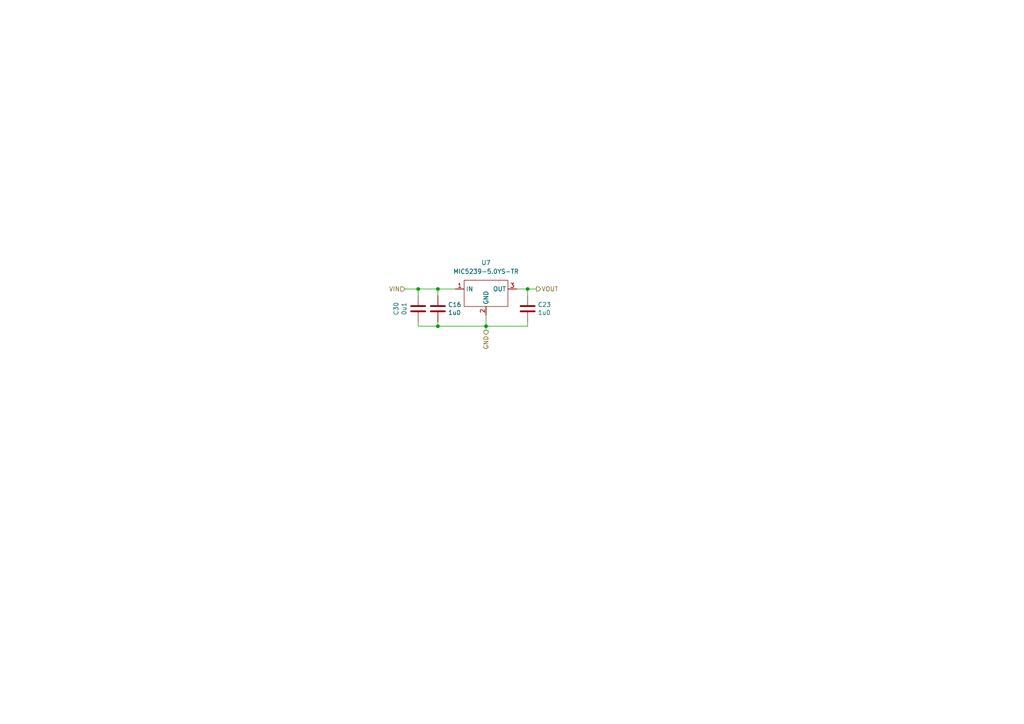
<source format=kicad_sch>
(kicad_sch (version 20211123) (generator eeschema)

  (uuid 99a989eb-2d20-47d8-b213-ff3e9d3babc0)

  (paper "A4")

  (title_block
    (title "CDH_ECU")
    (date "2022-03-06")
    (rev "1.2.3")
    (company "Daniel Edwards")
    (comment 1 "Chinese Diesel Heater - modern ECU replacement")
  )

  (lib_symbols
    (symbol "Device:C" (pin_numbers hide) (pin_names (offset 0.254)) (in_bom yes) (on_board yes)
      (property "Reference" "C" (id 0) (at 0.635 2.54 0)
        (effects (font (size 1.27 1.27)) (justify left))
      )
      (property "Value" "C" (id 1) (at 0.635 -2.54 0)
        (effects (font (size 1.27 1.27)) (justify left))
      )
      (property "Footprint" "" (id 2) (at 0.9652 -3.81 0)
        (effects (font (size 1.27 1.27)) hide)
      )
      (property "Datasheet" "~" (id 3) (at 0 0 0)
        (effects (font (size 1.27 1.27)) hide)
      )
      (property "ki_keywords" "cap capacitor" (id 4) (at 0 0 0)
        (effects (font (size 1.27 1.27)) hide)
      )
      (property "ki_description" "Unpolarized capacitor" (id 5) (at 0 0 0)
        (effects (font (size 1.27 1.27)) hide)
      )
      (property "ki_fp_filters" "C_*" (id 6) (at 0 0 0)
        (effects (font (size 1.27 1.27)) hide)
      )
      (symbol "C_0_1"
        (polyline
          (pts
            (xy -2.032 -0.762)
            (xy 2.032 -0.762)
          )
          (stroke (width 0.508) (type default) (color 0 0 0 0))
          (fill (type none))
        )
        (polyline
          (pts
            (xy -2.032 0.762)
            (xy 2.032 0.762)
          )
          (stroke (width 0.508) (type default) (color 0 0 0 0))
          (fill (type none))
        )
      )
      (symbol "C_1_1"
        (pin passive line (at 0 3.81 270) (length 2.794)
          (name "~" (effects (font (size 1.27 1.27))))
          (number "1" (effects (font (size 1.27 1.27))))
        )
        (pin passive line (at 0 -3.81 90) (length 2.794)
          (name "~" (effects (font (size 1.27 1.27))))
          (number "2" (effects (font (size 1.27 1.27))))
        )
      )
    )
    (symbol "Regulator_Linear:MIC5239-5.0YS-TR" (in_bom yes) (on_board yes)
      (property "Reference" "U7" (id 0) (at 0 2.54 0)
        (effects (font (size 1.27 1.27)))
      )
      (property "Value" "MIC5239-5.0YS-TR" (id 1) (at 0 0 0)
        (effects (font (size 1.27 1.27)))
      )
      (property "Footprint" "Package_TO_SOT_SMD:SOT-223" (id 2) (at 0 0 0)
        (effects (font (size 1.27 1.27)) hide)
      )
      (property "Datasheet" "https://www.mouser.fi/datasheet/2/268/MIC5239_Low_Quiescent_Current_500mA_Microcap_LDO_R-2401094.pdf" (id 3) (at 0 0 0)
        (effects (font (size 1.27 1.27)) hide)
      )
      (symbol "MIC5239-5.0YS-TR_0_1"
        (rectangle (start -6.35 -2.54) (end 6.35 -10.16)
          (stroke (width 0) (type default) (color 0 0 0 0))
          (fill (type none))
        )
      )
      (symbol "MIC5239-5.0YS-TR_1_1"
        (pin input line (at -8.89 -5.08 0) (length 2.54)
          (name "IN" (effects (font (size 1.27 1.27))))
          (number "1" (effects (font (size 1.27 1.27))))
        )
        (pin input line (at 0 -12.7 90) (length 2.54)
          (name "GND" (effects (font (size 1.27 1.27))))
          (number "2" (effects (font (size 1.27 1.27))))
        )
        (pin input line (at 8.89 -5.08 180) (length 2.54)
          (name "OUT" (effects (font (size 1.27 1.27))))
          (number "3" (effects (font (size 1.27 1.27))))
        )
        (pin input line (at 0 -12.7 90) (length 2.54) hide
          (name "GND" (effects (font (size 1.27 1.27))))
          (number "4" (effects (font (size 1.27 1.27))))
        )
      )
    )
  )

  (junction (at 153.035 83.82) (diameter 0) (color 0 0 0 0)
    (uuid 41980eb1-5c61-4c7e-bf15-d5f58bf2d585)
  )
  (junction (at 127 83.82) (diameter 0) (color 0 0 0 0)
    (uuid 6e8a637d-e4f6-428a-a7bc-0ea9a5257997)
  )
  (junction (at 140.97 94.615) (diameter 0) (color 0 0 0 0)
    (uuid 71fef30e-53a7-49ce-bdba-a87d19f68f39)
  )
  (junction (at 121.285 83.82) (diameter 0) (color 0 0 0 0)
    (uuid ef30cd36-e893-428e-95e1-89b6b02de5bf)
  )
  (junction (at 127 94.615) (diameter 0) (color 0 0 0 0)
    (uuid fe76cc44-51ea-40a4-aac0-5206e6b8d6a9)
  )

  (wire (pts (xy 117.475 83.82) (xy 121.285 83.82))
    (stroke (width 0) (type default) (color 0 0 0 0))
    (uuid 0f7e23ec-ac4a-4456-bf39-d05173ce0cdf)
  )
  (wire (pts (xy 140.97 95.885) (xy 140.97 94.615))
    (stroke (width 0) (type default) (color 0 0 0 0))
    (uuid 13158a6a-e864-4137-a192-62f609f12a56)
  )
  (wire (pts (xy 153.035 94.615) (xy 140.97 94.615))
    (stroke (width 0) (type default) (color 0 0 0 0))
    (uuid 196a1b4c-bc81-4fe9-8af2-8527522c13d3)
  )
  (wire (pts (xy 153.035 83.82) (xy 155.575 83.82))
    (stroke (width 0) (type default) (color 0 0 0 0))
    (uuid 2dee25c6-1322-4d1e-a223-b7d37993f30e)
  )
  (wire (pts (xy 121.285 94.615) (xy 127 94.615))
    (stroke (width 0) (type default) (color 0 0 0 0))
    (uuid 347d6cfe-def3-496a-be35-7b3f58efcb7b)
  )
  (wire (pts (xy 121.285 93.345) (xy 121.285 94.615))
    (stroke (width 0) (type default) (color 0 0 0 0))
    (uuid 3606367f-d90f-4811-b0db-59dbe5acff3c)
  )
  (wire (pts (xy 140.97 94.615) (xy 140.97 91.44))
    (stroke (width 0) (type default) (color 0 0 0 0))
    (uuid 6e073ed0-18bc-4c52-ae0e-6733c933683d)
  )
  (wire (pts (xy 121.285 83.82) (xy 121.285 85.725))
    (stroke (width 0) (type default) (color 0 0 0 0))
    (uuid 72984fad-2748-412c-9c17-b9a44f157246)
  )
  (wire (pts (xy 121.285 83.82) (xy 127 83.82))
    (stroke (width 0) (type default) (color 0 0 0 0))
    (uuid 7bd58d2a-f702-44f1-a6e2-b851ab63889b)
  )
  (wire (pts (xy 153.035 93.345) (xy 153.035 94.615))
    (stroke (width 0) (type default) (color 0 0 0 0))
    (uuid 8b8b4818-1df1-424a-9b59-d97709e86c86)
  )
  (wire (pts (xy 153.035 83.82) (xy 149.86 83.82))
    (stroke (width 0) (type default) (color 0 0 0 0))
    (uuid 92132159-edcb-4f8a-8417-6f18656dcd33)
  )
  (wire (pts (xy 127 94.615) (xy 140.97 94.615))
    (stroke (width 0) (type default) (color 0 0 0 0))
    (uuid 944209ba-7555-4296-bd51-94791c0c697f)
  )
  (wire (pts (xy 127 93.345) (xy 127 94.615))
    (stroke (width 0) (type default) (color 0 0 0 0))
    (uuid 9b8eee52-a007-40da-aa31-cf6e984dc2da)
  )
  (wire (pts (xy 132.08 83.82) (xy 127 83.82))
    (stroke (width 0) (type default) (color 0 0 0 0))
    (uuid bf2b0947-f180-4768-9dcf-c2772845e82f)
  )
  (wire (pts (xy 153.035 85.725) (xy 153.035 83.82))
    (stroke (width 0) (type default) (color 0 0 0 0))
    (uuid efa59754-66dd-4530-810f-542deeae2fc5)
  )
  (wire (pts (xy 127 83.82) (xy 127 85.725))
    (stroke (width 0) (type default) (color 0 0 0 0))
    (uuid f837ee05-0416-4510-919a-e553fb527799)
  )

  (hierarchical_label "VOUT" (shape output) (at 155.575 83.82 0)
    (effects (font (size 1.27 1.27)) (justify left))
    (uuid 05a00304-ebc5-4d6d-a3e6-1b87e7a6df6e)
  )
  (hierarchical_label "GND" (shape output) (at 140.97 95.885 270)
    (effects (font (size 1.27 1.27)) (justify right))
    (uuid 1fe29698-79c9-4706-a168-8d7d2cbf4f4f)
  )
  (hierarchical_label "VIN" (shape input) (at 117.475 83.82 180)
    (effects (font (size 1.27 1.27)) (justify right))
    (uuid 7cd679ff-5169-4bec-855a-f1a930c82c0e)
  )

  (symbol (lib_id "Regulator_Linear:MIC5239-5.0YS-TR") (at 140.97 78.74 0) (unit 1)
    (in_bom yes) (on_board yes) (fields_autoplaced)
    (uuid 0c02ac88-a94a-4e6f-b5e9-d21a2f9d7a75)
    (property "Reference" "U7" (id 0) (at 140.97 76.2 0))
    (property "Value" "MIC5239-5.0YS-TR" (id 1) (at 140.97 78.74 0))
    (property "Footprint" "Package_TO_SOT_SMD:SOT-223" (id 2) (at 140.97 78.74 0)
      (effects (font (size 1.27 1.27)) hide)
    )
    (property "Datasheet" "https://www.mouser.fi/datasheet/2/268/MIC5239_Low_Quiescent_Current_500mA_Microcap_LDO_R-2401094.pdf" (id 3) (at 140.97 78.74 0)
      (effects (font (size 1.27 1.27)) hide)
    )
    (pin "1" (uuid 6c68c8fc-861c-4056-9f3f-465e10574993))
    (pin "2" (uuid e56116d2-c7c8-4847-a282-2c8297d27a39))
    (pin "3" (uuid b815a6ee-1f2f-4f5d-a69b-623ccabbe24e))
    (pin "4" (uuid 9aed727b-ddc3-46af-ae0d-c50d72ec9f68))
  )

  (symbol (lib_id "Device:C") (at 121.285 89.535 0) (unit 1)
    (in_bom yes) (on_board yes)
    (uuid 8602cef4-24c2-430e-a5fb-2ace6f46c7e2)
    (property "Reference" "C30" (id 0) (at 114.8842 89.535 90))
    (property "Value" "0u1" (id 1) (at 117.1956 89.535 90))
    (property "Footprint" "Capacitor_SMD:C_0805_2012Metric" (id 2) (at 122.2502 93.345 0)
      (effects (font (size 1.27 1.27)) hide)
    )
    (property "Datasheet" "~" (id 3) (at 121.285 89.535 0)
      (effects (font (size 1.27 1.27)) hide)
    )
    (pin "1" (uuid 5846aea3-239a-4c9d-b7bb-9896efacddf8))
    (pin "2" (uuid 2503f4b2-678c-4fef-97bc-fe4403233290))
  )

  (symbol (lib_id "Device:C") (at 153.035 89.535 0) (unit 1)
    (in_bom yes) (on_board yes)
    (uuid baacdbaa-3883-45da-a56a-b78a571d5c7b)
    (property "Reference" "C23" (id 0) (at 155.956 88.3666 0)
      (effects (font (size 1.27 1.27)) (justify left))
    )
    (property "Value" "1u0" (id 1) (at 155.956 90.678 0)
      (effects (font (size 1.27 1.27)) (justify left))
    )
    (property "Footprint" "Capacitor_SMD:C_0805_2012Metric" (id 2) (at 154.0002 93.345 0)
      (effects (font (size 1.27 1.27)) hide)
    )
    (property "Datasheet" "~" (id 3) (at 153.035 89.535 0)
      (effects (font (size 1.27 1.27)) hide)
    )
    (pin "1" (uuid bf39d339-c12f-4281-9dc2-7e821c5c3b9f))
    (pin "2" (uuid 2ab9014c-2f52-40f6-bdb5-404adb221857))
  )

  (symbol (lib_id "Device:C") (at 127 89.535 0) (unit 1)
    (in_bom yes) (on_board yes)
    (uuid f543bcce-7c8b-4101-8a72-f7054dbbcd5f)
    (property "Reference" "C16" (id 0) (at 129.921 88.3666 0)
      (effects (font (size 1.27 1.27)) (justify left))
    )
    (property "Value" "1u0" (id 1) (at 129.921 90.678 0)
      (effects (font (size 1.27 1.27)) (justify left))
    )
    (property "Footprint" "Capacitor_SMD:C_0805_2012Metric" (id 2) (at 127.9652 93.345 0)
      (effects (font (size 1.27 1.27)) hide)
    )
    (property "Datasheet" "~" (id 3) (at 127 89.535 0)
      (effects (font (size 1.27 1.27)) hide)
    )
    (pin "1" (uuid 0e6daa7d-9368-40cc-b850-79d81d4ffcef))
    (pin "2" (uuid 53a2a47d-e6a7-41c1-ad3b-6ea391d85341))
  )
)

</source>
